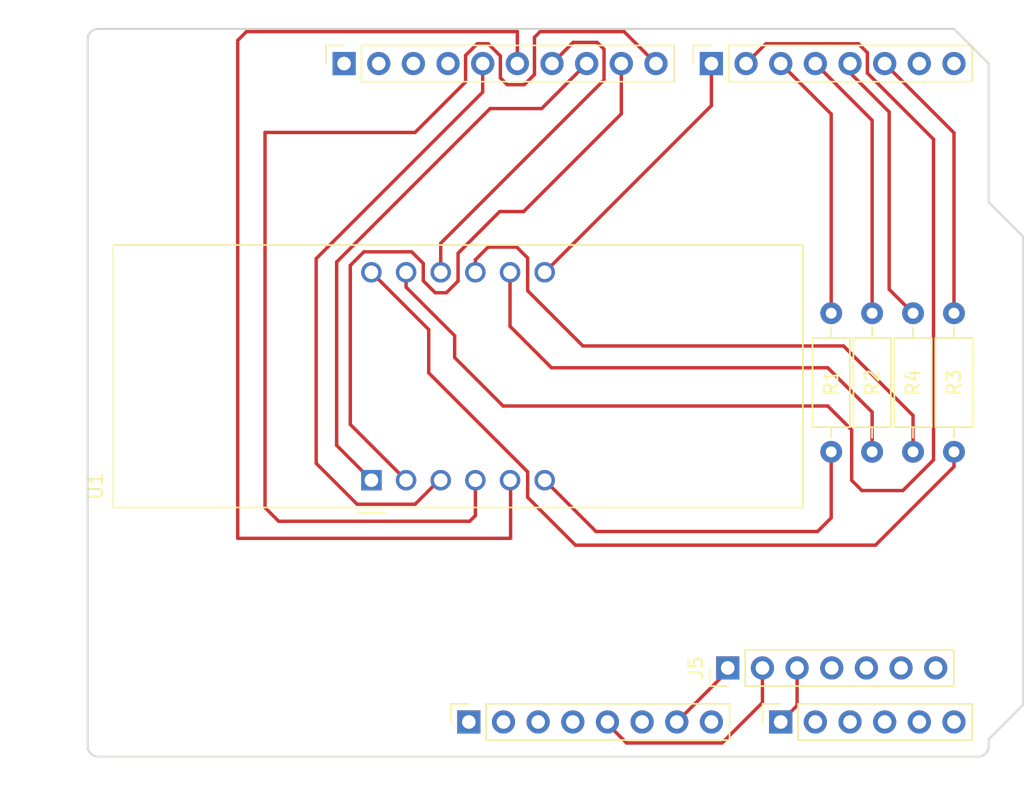
<source format=kicad_pcb>
(kicad_pcb (version 20240108) (generator "pcbnew") (generator_version "8.0")
  (title_block (date "mar. 31 mars 2015"))
  (layers (0 "F.Cu" signal) (31 "B.Cu" signal) (34 "B.Paste" user) (35 "F.Paste" user) (36 "B.SilkS" user "B.Silkscreen") (37 "F.SilkS" user "F.Silkscreen") (38 "B.Mask" user) (39 "F.Mask" user) (44 "Edge.Cuts" user))
  (net 0 "")
  (net 1 "GND")
  (net 3 "+5V")
  (net 4 "/IOREF")
  (net 5 "/A0")
  (net 6 "/A1")
  (net 7 "/A2")
  (net 8 "/A3")
  (net 9 "/SDA{slash}A4")
  (net 10 "/SCL{slash}A5")
  (net 11 "/13")
  (net 12 "/12")
  (net 13 "/AREF")
  (net 14 "/8")
  (net 15 "/7")
  (net 16 "/*11")
  (net 17 "/*10")
  (net 18 "/*9")
  (net 19 "/4")
  (net 20 "/2")
  (net 21 "/*6")
  (net 22 "/*5")
  (net 23 "/TX{slash}1")
  (net 24 "/*3")
  (net 25 "/RX{slash}0")
  (net 26 "+3V3")
  (net 27 "VCC")
  (net 28 "/~{RESET}")
  (net 33 "Net-(U1-CC1)")
  (net 34 "Net-(U1-CC3)")
  (net 35 "Net-(U1-CC2)")
  (net 36 "Net-(U1-CC4)")
  (footprint "Connector_PinSocket_2.54mm:PinSocket_1x08_P2.54mm_Vertical" (layer "F.Cu") (at 127.94 97.46 90)
    (property "Reference" "J1" (hide yes))
    (property "Value" "Power")
    (fp_line (start 1.33 -1.33) (end 1.33 0) (stroke (width 0.12)) (layer "F.SilkS"))
    (fp_line (start 0 -1.33) (end 1.33 -1.33) (stroke (width 0.12)) (layer "F.SilkS"))
    (fp_line (start 1.33 1.27) (end 1.33 19.11) (stroke (width 0.12)) (layer "F.SilkS"))
    (fp_line (start -1.33 1.27) (end 1.33 1.27) (stroke (width 0.12)) (layer "F.SilkS"))
    (fp_line (start -1.33 1.27) (end -1.33 19.11) (stroke (width 0.12)) (layer "F.SilkS"))
    (fp_line (start -1.33 19.11) (end 1.33 19.11) (stroke (width 0.12)) (layer "F.SilkS"))
    (pad "1" thru_hole rect (at 0 0 90) (size 1.7 1.7) (drill 1) (layers "*.Cu" "*.Mask"))
    (pad "2" thru_hole oval (at 0 2.54 90) (size 1.7 1.7) (drill 1) (layers "*.Cu" "*.Mask") (net 4 "/IOREF"))
    (pad "3" thru_hole oval (at 0 5.08 90) (size 1.7 1.7) (drill 1) (layers "*.Cu" "*.Mask") (net 28 "/~{RESET}"))
    (pad "4" thru_hole oval (at 0 7.62 90) (size 1.7 1.7) (drill 1) (layers "*.Cu" "*.Mask") (net 26 "+3V3"))
    (pad "5" thru_hole oval (at 0 10.16 90) (size 1.7 1.7) (drill 1) (layers "*.Cu" "*.Mask") (net 3 "+5V"))
    (pad "6" thru_hole oval (at 0 12.7 90) (size 1.7 1.7) (drill 1) (layers "*.Cu" "*.Mask") (net 1 "GND"))
    (pad "7" thru_hole oval (at 0 15.24 90) (size 1.7 1.7) (drill 1) (layers "*.Cu" "*.Mask") (net 1 "GND"))
    (pad "8" thru_hole oval (at 0 17.78 90) (size 1.7 1.7) (drill 1) (layers "*.Cu" "*.Mask") (net 27 "VCC"))
  )
  (footprint "Connector_PinSocket_2.54mm:PinSocket_1x06_P2.54mm_Vertical" (layer "F.Cu") (at 150.8 97.46 90)
    (property "Reference" "J3" (hide yes))
    (property "Value" "Analog")
    (fp_line (start 1.33 -1.33) (end 1.33 0) (stroke (width 0.12)) (layer "F.SilkS"))
    (fp_line (start 0 -1.33) (end 1.33 -1.33) (stroke (width 0.12)) (layer "F.SilkS"))
    (fp_line (start 1.33 1.27) (end 1.33 14.03) (stroke (width 0.12)) (layer "F.SilkS"))
    (fp_line (start -1.33 1.27) (end 1.33 1.27) (stroke (width 0.12)) (layer "F.SilkS"))
    (fp_line (start -1.33 1.27) (end -1.33 14.03) (stroke (width 0.12)) (layer "F.SilkS"))
    (fp_line (start -1.33 14.03) (end 1.33 14.03) (stroke (width 0.12)) (layer "F.SilkS"))
    (pad "1" thru_hole rect (at 0 0 90) (size 1.7 1.7) (drill 1) (layers "*.Cu" "*.Mask") (net 5 "/A0"))
    (pad "2" thru_hole oval (at 0 2.54 90) (size 1.7 1.7) (drill 1) (layers "*.Cu" "*.Mask") (net 6 "/A1"))
    (pad "3" thru_hole oval (at 0 5.08 90) (size 1.7 1.7) (drill 1) (layers "*.Cu" "*.Mask") (net 7 "/A2"))
    (pad "4" thru_hole oval (at 0 7.62 90) (size 1.7 1.7) (drill 1) (layers "*.Cu" "*.Mask") (net 8 "/A3"))
    (pad "5" thru_hole oval (at 0 10.16 90) (size 1.7 1.7) (drill 1) (layers "*.Cu" "*.Mask") (net 9 "/SDA{slash}A4"))
    (pad "6" thru_hole oval (at 0 12.7 90) (size 1.7 1.7) (drill 1) (layers "*.Cu" "*.Mask") (net 10 "/SCL{slash}A5"))
  )
  (footprint "Connector_PinSocket_2.54mm:PinSocket_1x10_P2.54mm_Vertical" (layer "F.Cu") (at 118.796 49.2 90)
    (property "Reference" "J2" (hide yes))
    (property "Value" "Digital/PWM")
    (fp_line (start 1.33 -1.33) (end 1.33 0) (stroke (width 0.12)) (layer "F.SilkS"))
    (fp_line (start 0 -1.33) (end 1.33 -1.33) (stroke (width 0.12)) (layer "F.SilkS"))
    (fp_line (start 1.33 1.27) (end 1.33 24.19) (stroke (width 0.12)) (layer "F.SilkS"))
    (fp_line (start -1.33 1.27) (end 1.33 1.27) (stroke (width 0.12)) (layer "F.SilkS"))
    (fp_line (start -1.33 1.27) (end -1.33 24.19) (stroke (width 0.12)) (layer "F.SilkS"))
    (fp_line (start -1.33 24.19) (end 1.33 24.19) (stroke (width 0.12)) (layer "F.SilkS"))
    (pad "1" thru_hole rect (at 0 0 90) (size 1.7 1.7) (drill 1) (layers "*.Cu" "*.Mask") (net 10 "/SCL{slash}A5"))
    (pad "2" thru_hole oval (at 0 2.54 90) (size 1.7 1.7) (drill 1) (layers "*.Cu" "*.Mask") (net 9 "/SDA{slash}A4"))
    (pad "3" thru_hole oval (at 0 5.08 90) (size 1.7 1.7) (drill 1) (layers "*.Cu" "*.Mask") (net 13 "/AREF"))
    (pad "4" thru_hole oval (at 0 7.62 90) (size 1.7 1.7) (drill 1) (layers "*.Cu" "*.Mask") (net 1 "GND"))
    (pad "5" thru_hole oval (at 0 10.16 90) (size 1.7 1.7) (drill 1) (layers "*.Cu" "*.Mask") (net 11 "/13"))
    (pad "6" thru_hole oval (at 0 12.7 90) (size 1.7 1.7) (drill 1) (layers "*.Cu" "*.Mask") (net 12 "/12"))
    (pad "7" thru_hole oval (at 0 15.24 90) (size 1.7 1.7) (drill 1) (layers "*.Cu" "*.Mask") (net 16 "/*11"))
    (pad "8" thru_hole oval (at 0 17.78 90) (size 1.7 1.7) (drill 1) (layers "*.Cu" "*.Mask") (net 17 "/*10"))
    (pad "9" thru_hole oval (at 0 20.32 90) (size 1.7 1.7) (drill 1) (layers "*.Cu" "*.Mask") (net 18 "/*9"))
    (pad "10" thru_hole oval (at 0 22.86 90) (size 1.7 1.7) (drill 1) (layers "*.Cu" "*.Mask") (net 14 "/8"))
  )
  (footprint "Connector_PinSocket_2.54mm:PinSocket_1x08_P2.54mm_Vertical" (layer "F.Cu") (at 145.72 49.2 90)
    (property "Reference" "J4" (hide yes))
    (property "Value" "Digital/PWM")
    (fp_line (start 1.33 -1.33) (end 1.33 0) (stroke (width 0.12)) (layer "F.SilkS"))
    (fp_line (start 0 -1.33) (end 1.33 -1.33) (stroke (width 0.12)) (layer "F.SilkS"))
    (fp_line (start 1.33 1.27) (end 1.33 19.11) (stroke (width 0.12)) (layer "F.SilkS"))
    (fp_line (start -1.33 1.27) (end 1.33 1.27) (stroke (width 0.12)) (layer "F.SilkS"))
    (fp_line (start -1.33 1.27) (end -1.33 19.11) (stroke (width 0.12)) (layer "F.SilkS"))
    (fp_line (start -1.33 19.11) (end 1.33 19.11) (stroke (width 0.12)) (layer "F.SilkS"))
    (pad "1" thru_hole rect (at 0 0 90) (size 1.7 1.7) (drill 1) (layers "*.Cu" "*.Mask") (net 15 "/7"))
    (pad "2" thru_hole oval (at 0 2.54 90) (size 1.7 1.7) (drill 1) (layers "*.Cu" "*.Mask") (net 21 "/*6"))
    (pad "3" thru_hole oval (at 0 5.08 90) (size 1.7 1.7) (drill 1) (layers "*.Cu" "*.Mask") (net 22 "/*5"))
    (pad "4" thru_hole oval (at 0 7.62 90) (size 1.7 1.7) (drill 1) (layers "*.Cu" "*.Mask") (net 19 "/4"))
    (pad "5" thru_hole oval (at 0 10.16 90) (size 1.7 1.7) (drill 1) (layers "*.Cu" "*.Mask") (net 24 "/*3"))
    (pad "6" thru_hole oval (at 0 12.7 90) (size 1.7 1.7) (drill 1) (layers "*.Cu" "*.Mask") (net 20 "/2"))
    (pad "7" thru_hole oval (at 0 15.24 90) (size 1.7 1.7) (drill 1) (layers "*.Cu" "*.Mask") (net 23 "/TX{slash}1"))
    (pad "8" thru_hole oval (at 0 17.78 90) (size 1.7 1.7) (drill 1) (layers "*.Cu" "*.Mask") (net 25 "/RX{slash}0"))
  )
  (footprint "Resistor_THT:R_Axial_DIN0207_L6.3mm_D2.5mm_P10.16mm_Horizontal" (layer "F.Cu") (at 154.5 67.5 -90)
    (property "Reference" "R1" (at 5.08 0 90) (layer "F.SilkS"))
    (property "Value" "R 330")
    (fp_line (start 1.81 1.37) (end 8.35 1.37) (stroke (width 0.12)) (layer "F.SilkS"))
    (fp_line (start 8.35 1.37) (end 8.35 -1.37) (stroke (width 0.12)) (layer "F.SilkS"))
    (fp_line (start 1.04 0) (end 1.81 0) (stroke (width 0.12)) (layer "F.SilkS"))
    (fp_line (start 9.12 0) (end 8.35 0) (stroke (width 0.12)) (layer "F.SilkS"))
    (fp_line (start 1.81 -1.37) (end 1.81 1.37) (stroke (width 0.12)) (layer "F.SilkS"))
    (fp_line (start 8.35 -1.37) (end 1.81 -1.37) (stroke (width 0.12)) (layer "F.SilkS"))
    (pad "1" thru_hole circle (at 0 0 270) (size 1.6 1.6) (drill 0.8) (layers "*.Cu" "*.Mask") (net 22 "/*5"))
    (pad "2" thru_hole oval (at 10.16 0 270) (size 1.6 1.6) (drill 0.8) (layers "*.Cu" "*.Mask") (net 36 "Net-(U1-CC4)"))
  )
  (footprint "Display_7Segment:CA56-12SEKWA" (layer "F.Cu") (at 120.8 79.74 90)
    (property "Reference" "U1" (at -0.45 -20.19 90) (layer "F.SilkS"))
    (property "Value" "CC56-12SEKWA")
    (fp_line (start -2 -18.92) (end 17.24 -18.92) (stroke (width 0.12)) (layer "F.SilkS"))
    (fp_line (start -2 -18.92) (end -2 31.62) (stroke (width 0.12)) (layer "F.SilkS"))
    (fp_line (start -2.38 -1) (end -2.38 1) (stroke (width 0.12)) (layer "F.SilkS"))
    (fp_line (start 17.24 31.62) (end 17.24 -18.92) (stroke (width 0.12)) (layer "F.SilkS"))
    (fp_line (start -2 31.62) (end 17.24 31.62) (stroke (width 0.12)) (layer "F.SilkS"))
    (pad "1" thru_hole rect (at 0 0 90) (size 1.5 1.5) (drill 1) (layers "*.Cu" "*.Mask") (net 17 "/*10"))
    (pad "2" thru_hole circle (at 0 2.54 90) (size 1.5 1.5) (drill 1) (layers "*.Cu" "*.Mask") (net 18 "/*9"))
    (pad "3" thru_hole circle (at 0 5.08 90) (size 1.5 1.5) (drill 1) (layers "*.Cu" "*.Mask") (net 11 "/13"))
    (pad "4" thru_hole circle (at 0 7.62 90) (size 1.5 1.5) (drill 1) (layers "*.Cu" "*.Mask") (net 14 "/8"))
    (pad "5" thru_hole circle (at 0 10.16 90) (size 1.5 1.5) (drill 1) (layers "*.Cu" "*.Mask") (net 12 "/12"))
    (pad "6" thru_hole circle (at 0 12.7 90) (size 1.5 1.5) (drill 1) (layers "*.Cu" "*.Mask") (net 36 "Net-(U1-CC4)"))
    (pad "7" thru_hole circle (at 15.24 12.7 90) (size 1.5 1.5) (drill 1) (layers "*.Cu" "*.Mask") (net 15 "/7"))
    (pad "8" thru_hole circle (at 15.24 10.16 90) (size 1.5 1.5) (drill 1) (layers "*.Cu" "*.Mask") (net 34 "Net-(U1-CC3)"))
    (pad "9" thru_hole circle (at 15.24 7.62 90) (size 1.5 1.5) (drill 1) (layers "*.Cu" "*.Mask") (net 35 "Net-(U1-CC2)"))
    (pad "10" thru_hole circle (at 15.24 5.08 90) (size 1.5 1.5) (drill 1) (layers "*.Cu" "*.Mask") (net 16 "/*11"))
    (pad "11" thru_hole circle (at 15.24 2.54 90) (size 1.5 1.5) (drill 1) (layers "*.Cu" "*.Mask") (net 21 "/*6"))
    (pad "12" thru_hole circle (at 15.24 0 90) (size 1.5 1.5) (drill 1) (layers "*.Cu" "*.Mask") (net 33 "Net-(U1-CC1)"))
  )
  (footprint "Arduino_MountingHole:MountingHole_3.2mm" (layer "F.Cu") (at 115.24 49.2)
    (property "Reference" "MH1" (hide yes))
    (property "Value" "MountingHole_3.2mm" (hide yes))
    (pad "" np_thru_hole circle (at 0 0) (size 3.2 3.2) (drill 3.2) (layers "*.Cu" "*.Mask"))
  )
  (footprint "Resistor_THT:R_Axial_DIN0207_L6.3mm_D2.5mm_P10.16mm_Horizontal" (layer "F.Cu") (at 160.5 67.5 -90)
    (property "Reference" "R4" (at 5.08 0 90) (layer "F.SilkS"))
    (property "Value" "R 330")
    (fp_line (start 1.81 1.37) (end 8.35 1.37) (stroke (width 0.12)) (layer "F.SilkS"))
    (fp_line (start 8.35 1.37) (end 8.35 -1.37) (stroke (width 0.12)) (layer "F.SilkS"))
    (fp_line (start 1.04 0) (end 1.81 0) (stroke (width 0.12)) (layer "F.SilkS"))
    (fp_line (start 9.12 0) (end 8.35 0) (stroke (width 0.12)) (layer "F.SilkS"))
    (fp_line (start 1.81 -1.37) (end 1.81 1.37) (stroke (width 0.12)) (layer "F.SilkS"))
    (fp_line (start 8.35 -1.37) (end 1.81 -1.37) (stroke (width 0.12)) (layer "F.SilkS"))
    (pad "1" thru_hole circle (at 0 0 270) (size 1.6 1.6) (drill 0.8) (layers "*.Cu" "*.Mask") (net 24 "/*3"))
    (pad "2" thru_hole oval (at 10.16 0 270) (size 1.6 1.6) (drill 0.8) (layers "*.Cu" "*.Mask") (net 35 "Net-(U1-CC2)"))
  )
  (footprint "Arduino_MountingHole:MountingHole_3.2mm" (layer "F.Cu") (at 113.97 97.46)
    (property "Reference" "MH2" (hide yes))
    (property "Value" "MountingHole_3.2mm" (hide yes))
    (pad "" np_thru_hole circle (at 0 0) (size 3.2 3.2) (drill 3.2) (layers "*.Cu" "*.Mask"))
  )
  (footprint "Arduino_MountingHole:MountingHole_3.2mm" (layer "F.Cu") (at 166.04 64.44)
    (property "Reference" "MH3" (hide yes))
    (property "Value" "MountingHole_3.2mm" (hide yes))
    (pad "" np_thru_hole circle (at 0 0) (size 3.2 3.2) (drill 3.2) (layers "*.Cu" "*.Mask"))
  )
  (footprint "Resistor_THT:R_Axial_DIN0207_L6.3mm_D2.5mm_P10.16mm_Horizontal" (layer "F.Cu") (at 157.5 67.5 -90)
    (property "Reference" "R2" (at 5.08 0 90) (layer "F.SilkS"))
    (property "Value" "R 330")
    (fp_line (start 1.81 1.37) (end 8.35 1.37) (stroke (width 0.12)) (layer "F.SilkS"))
    (fp_line (start 8.35 1.37) (end 8.35 -1.37) (stroke (width 0.12)) (layer "F.SilkS"))
    (fp_line (start 1.04 0) (end 1.81 0) (stroke (width 0.12)) (layer "F.SilkS"))
    (fp_line (start 9.12 0) (end 8.35 0) (stroke (width 0.12)) (layer "F.SilkS"))
    (fp_line (start 1.81 -1.37) (end 1.81 1.37) (stroke (width 0.12)) (layer "F.SilkS"))
    (fp_line (start 8.35 -1.37) (end 1.81 -1.37) (stroke (width 0.12)) (layer "F.SilkS"))
    (pad "1" thru_hole circle (at 0 0 270) (size 1.6 1.6) (drill 0.8) (layers "*.Cu" "*.Mask") (net 19 "/4"))
    (pad "2" thru_hole oval (at 10.16 0 270) (size 1.6 1.6) (drill 0.8) (layers "*.Cu" "*.Mask") (net 34 "Net-(U1-CC3)"))
  )
  (footprint "Arduino_MountingHole:MountingHole_3.2mm" (layer "F.Cu") (at 166.04 92.38)
    (property "Reference" "MH4" (hide yes))
    (property "Value" "MountingHole_3.2mm" (hide yes))
    (pad "" np_thru_hole circle (at 0 0) (size 3.2 3.2) (drill 3.2) (layers "*.Cu" "*.Mask"))
  )
  (footprint "Resistor_THT:R_Axial_DIN0207_L6.3mm_D2.5mm_P10.16mm_Horizontal" (layer "F.Cu") (at 163.5 67.5 -90)
    (property "Reference" "R3" (at 5.08 0 90) (layer "F.SilkS"))
    (property "Value" "R 330")
    (fp_line (start 1.81 1.37) (end 8.35 1.37) (stroke (width 0.12)) (layer "F.SilkS"))
    (fp_line (start 8.35 1.37) (end 8.35 -1.37) (stroke (width 0.12)) (layer "F.SilkS"))
    (fp_line (start 1.04 0) (end 1.81 0) (stroke (width 0.12)) (layer "F.SilkS"))
    (fp_line (start 9.12 0) (end 8.35 0) (stroke (width 0.12)) (layer "F.SilkS"))
    (fp_line (start 1.81 -1.37) (end 1.81 1.37) (stroke (width 0.12)) (layer "F.SilkS"))
    (fp_line (start 8.35 -1.37) (end 1.81 -1.37) (stroke (width 0.12)) (layer "F.SilkS"))
    (pad "1" thru_hole circle (at 0 0 270) (size 1.6 1.6) (drill 0.8) (layers "*.Cu" "*.Mask") (net 20 "/2"))
    (pad "2" thru_hole oval (at 10.16 0 270) (size 1.6 1.6) (drill 0.8) (layers "*.Cu" "*.Mask") (net 33 "Net-(U1-CC1)"))
  )
  (footprint "Connector_PinHeader_2.54mm:PinHeader_1x07_P2.54mm_Vertical" (layer "F.Cu") (at 146.92 93.5 90)
    (property "Reference" "J5" (at 0 -2.33 90) (layer "F.SilkS"))
    (property "Value" "Conn_01x07_Pin")
    (fp_line (start -1.33 -1.33) (end 0 -1.33) (stroke (width 0.12)) (layer "F.SilkS"))
    (fp_line (start -1.33 0) (end -1.33 -1.33) (stroke (width 0.12)) (layer "F.SilkS"))
    (fp_line (start 1.33 1.27) (end 1.33 16.57) (stroke (width 0.12)) (layer "F.SilkS"))
    (fp_line (start -1.33 1.27) (end 1.33 1.27) (stroke (width 0.12)) (layer "F.SilkS"))
    (fp_line (start -1.33 1.27) (end -1.33 16.57) (stroke (width 0.12)) (layer "F.SilkS"))
    (fp_line (start -1.33 16.57) (end 1.33 16.57) (stroke (width 0.12)) (layer "F.SilkS"))
    (pad "1" thru_hole rect (at 0 0 90) (size 1.7 1.7) (drill 1) (layers "*.Cu" "*.Mask") (net 1 "GND"))
    (pad "2" thru_hole oval (at 0 2.54 90) (size 1.7 1.7) (drill 1) (layers "*.Cu" "*.Mask") (net 3 "+5V"))
    (pad "3" thru_hole oval (at 0 5.08 90) (size 1.7 1.7) (drill 1) (layers "*.Cu" "*.Mask") (net 5 "/A0"))
    (pad "4" thru_hole oval (at 0 7.62 90) (size 1.7 1.7) (drill 1) (layers "*.Cu" "*.Mask"))
    (pad "5" thru_hole oval (at 0 10.16 90) (size 1.7 1.7) (drill 1) (layers "*.Cu" "*.Mask"))
    (pad "6" thru_hole oval (at 0 12.7 90) (size 1.7 1.7) (drill 1) (layers "*.Cu" "*.Mask"))
    (pad "7" thru_hole oval (at 0 15.24 90) (size 1.7 1.7) (drill 1) (layers "*.Cu" "*.Mask"))
  )
  (gr_line (start 166.04 59.36) (end 168.58 61.9) (stroke (width 0.15)) (layer "Edge.Cuts"))
  (gr_line (start 100 99.238) (end 100 47.422) (stroke (width 0.15)) (layer "Edge.Cuts"))
  (gr_line (start 168.58 61.9) (end 168.58 96.19) (stroke (width 0.15)) (layer "Edge.Cuts"))
  (gr_line (start 165.278 100) (end 100.762 100) (stroke (width 0.15)) (layer "Edge.Cuts"))
  (gr_line (start 100.762 46.66) (end 163.5 46.66) (stroke (width 0.15)) (layer "Edge.Cuts"))
  (gr_arc (start 100.762 100) (mid 100.223185 99.776815) (end 100 99.238) (stroke (width 0.15)) (layer "Edge.Cuts"))
  (gr_line (start 168.58 96.19) (end 166.04 98.73) (stroke (width 0.15)) (layer "Edge.Cuts"))
  (gr_line (start 163.5 46.66) (end 166.04 49.2) (stroke (width 0.15)) (layer "Edge.Cuts"))
  (gr_arc (start 166.04 99.238) (mid 165.816815 99.776815) (end 165.278 100) (stroke (width 0.15)) (layer "Edge.Cuts"))
  (gr_line (start 166.04 49.2) (end 166.04 59.36) (stroke (width 0.15)) (layer "Edge.Cuts"))
  (gr_line (start 166.04 98.73) (end 166.04 99.238) (stroke (width 0.15)) (layer "Edge.Cuts"))
  (gr_arc (start 100 47.422) (mid 100.223185 46.883185) (end 100.762 46.66) (stroke (width 0.15)) (layer "Edge.Cuts"))
  (segment (start 146.92 93.5) (end 147 93.5) (width 0.25) (layer "F.Cu") (net 1))
  (segment (start 147 93.5) (end 147 93.64) (width 0.25) (layer "F.Cu") (net 1))
  (segment (start 147 93.64) (end 143.18 97.46) (width 0.25) (layer "F.Cu") (net 1))
  (segment (start 138.1 97.46) (end 138.04 97.46) (width 0.25) (layer "F.Cu") (net 3))
  (segment (start 146.5 99) (end 149.46 96.04) (width 0.25) (layer "F.Cu") (net 3))
  (segment (start 138 97.5) (end 139.5 99) (width 0.25) (layer "F.Cu") (net 3))
  (segment (start 149.46 96.04) (end 149.46 93.5) (width 0.25) (layer "F.Cu") (net 3))
  (segment (start 138.04 97.46) (end 138 97.5) (width 0.25) (layer "F.Cu") (net 3))
  (segment (start 139.5 99) (end 146.5 99) (width 0.25) (layer "F.Cu") (net 3))
  (segment (start 152 96.26) (end 150.8 97.46) (width 0.25) (layer "F.Cu") (net 5))
  (segment (start 152 93.5) (end 152 96.26) (width 0.25) (layer "F.Cu") (net 5))
  (segment (start 125.88 79.62) (end 124 81.5) (width 0.25) (layer "F.Cu") (net 11))
  (segment (start 116.75 63.5) (end 128.956 51.294) (width 0.25) (layer "F.Cu") (net 11))
  (segment (start 125.88 79.74) (end 125.88 79.62) (width 0.25) (layer "F.Cu") (net 11))
  (segment (start 119.75 81.5) (end 116.75 78.5) (width 0.25) (layer "F.Cu") (net 11))
  (segment (start 124 81.5) (end 119.75 81.5) (width 0.25) (layer "F.Cu") (net 11))
  (segment (start 128.956 51.294) (end 128.956 49.2) (width 0.25) (layer "F.Cu") (net 11))
  (segment (start 116.75 78.5) (end 116.75 63.5) (width 0.25) (layer "F.Cu") (net 11))
  (segment (start 130.96 79.74) (end 130.96 79.54) (width 0.25) (layer "F.Cu") (net 12))
  (segment (start 131.496 46.864) (end 131.496 49.2) (width 0.25) (layer "F.Cu") (net 12))
  (segment (start 111 84) (end 111 47.5) (width 0.25) (layer "F.Cu") (net 12))
  (segment (start 131 79.5) (end 131 84) (width 0.25) (layer "F.Cu") (net 12))
  (segment (start 111 47.5) (end 111.64 46.86) (width 0.25) (layer "F.Cu") (net 12))
  (segment (start 130.96 79.54) (end 131 79.5) (width 0.25) (layer "F.Cu") (net 12))
  (segment (start 131.5 46.86) (end 131.496 46.864) (width 0.25) (layer "F.Cu") (net 12))
  (segment (start 111.64 46.86) (end 131.5 46.86) (width 0.25) (layer "F.Cu") (net 12))
  (segment (start 131 84) (end 111 84) (width 0.25) (layer "F.Cu") (net 12))
  (segment (start 113 54.25) (end 124 54.25) (width 0.25) (layer "F.Cu") (net 14))
  (segment (start 113 81.75) (end 113 54.25) (width 0.25) (layer "F.Cu") (net 14))
  (segment (start 128.42 82.33) (end 128 82.75) (width 0.25) (layer "F.Cu") (net 14))
  (segment (start 129.357701 47.75) (end 130.25 48.642299) (width 0.25) (layer "F.Cu") (net 14))
  (segment (start 139.316 46.86) (end 141.656 49.2) (width 0.25) (layer "F.Cu") (net 14))
  (segment (start 128 82.75) (end 114 82.75) (width 0.25) (layer "F.Cu") (net 14))
  (segment (start 130.25 50.25) (end 130.75 50.75) (width 0.25) (layer "F.Cu") (net 14))
  (segment (start 127.7 50.55) (end 127.7 48.604299) (width 0.25) (layer "F.Cu") (net 14))
  (segment (start 132 50.75) (end 132.75 50) (width 0.25) (layer "F.Cu") (net 14))
  (segment (start 130.25 48.642299) (end 130.25 50.25) (width 0.25) (layer "F.Cu") (net 14))
  (segment (start 114 82.75) (end 113 81.75) (width 0.25) (layer "F.Cu") (net 14))
  (segment (start 132.75 50) (end 132.75 47.277701) (width 0.25) (layer "F.Cu") (net 14))
  (segment (start 128.554299 47.75) (end 129.357701 47.75) (width 0.25) (layer "F.Cu") (net 14))
  (segment (start 130.75 50.75) (end 132 50.75) (width 0.25) (layer "F.Cu") (net 14))
  (segment (start 124 54.25) (end 127.7 50.55) (width 0.25) (layer "F.Cu") (net 14))
  (segment (start 133.167701 46.86) (end 139.316 46.86) (width 0.25) (layer "F.Cu") (net 14))
  (segment (start 127.7 48.604299) (end 128.554299 47.75) (width 0.25) (layer "F.Cu") (net 14))
  (segment (start 132.75 47.277701) (end 133.167701 46.86) (width 0.25) (layer "F.Cu") (net 14))
  (segment (start 128.42 79.74) (end 128.42 82.33) (width 0.25) (layer "F.Cu") (net 14))
  (segment (start 145.72 52.28) (end 145.72 49.2) (width 0.25) (layer "F.Cu") (net 15))
  (segment (start 133.5 64.5) (end 145.72 52.28) (width 0.25) (layer "F.Cu") (net 15))
  (segment (start 137.35 47.65) (end 135.586 47.65) (width 0.25) (layer "F.Cu") (net 16))
  (segment (start 137.85 50.4) (end 137.85 48.15) (width 0.25) (layer "F.Cu") (net 16))
  (segment (start 125.88 64.5) (end 125.88 62.37) (width 0.25) (layer "F.Cu") (net 16))
  (segment (start 135.586 47.65) (end 134.036 49.2) (width 0.25) (layer "F.Cu") (net 16))
  (segment (start 125.88 62.37) (end 137.85 50.4) (width 0.25) (layer "F.Cu") (net 16))
  (segment (start 137.85 48.15) (end 137.35 47.65) (width 0.25) (layer "F.Cu") (net 16))
  (segment (start 120.8 79.74) (end 120.74 79.74) (width 0.25) (layer "F.Cu") (net 17))
  (segment (start 129.5 52.5) (end 118.25 63.75) (width 0.25) (layer "F.Cu") (net 17))
  (segment (start 120.74 79.74) (end 120.5 79.5) (width 0.25) (layer "F.Cu") (net 17))
  (segment (start 118.25 77.19) (end 120.8 79.74) (width 0.25) (layer "F.Cu") (net 17))
  (segment (start 133.276 52.5) (end 129.5 52.5) (width 0.25) (layer "F.Cu") (net 17))
  (segment (start 118.25 63.75) (end 118.25 77.19) (width 0.25) (layer "F.Cu") (net 17))
  (segment (start 136.576 49.2) (end 133.276 52.5) (width 0.25) (layer "F.Cu") (net 17))
  (segment (start 123.75028 63) (end 120.25 63) (width 0.25) (layer "F.Cu") (net 18))
  (segment (start 131.95 60.05) (end 130.2 60.05) (width 0.25) (layer "F.Cu") (net 18))
  (segment (start 119.25 64) (end 119.25 75.65) (width 0.25) (layer "F.Cu") (net 18))
  (segment (start 130.2 60.05) (end 127.15 63.1) (width 0.25) (layer "F.Cu") (net 18))
  (segment (start 124.6 63.84972) (end 123.75028 63) (width 0.25) (layer "F.Cu") (net 18))
  (segment (start 139.116 49.2) (end 139.116 52.884) (width 0.25) (layer "F.Cu") (net 18))
  (segment (start 120.25 63) (end 119.25 64) (width 0.25) (layer "F.Cu") (net 18))
  (segment (start 127.15 65.14028) (end 126.29028 66) (width 0.25) (layer "F.Cu") (net 18))
  (segment (start 139.116 52.884) (end 131.95 60.05) (width 0.25) (layer "F.Cu") (net 18))
  (segment (start 124.6 65.123604) (end 124.6 63.84972) (width 0.25) (layer "F.Cu") (net 18))
  (segment (start 125.476396 66) (end 124.6 65.123604) (width 0.25) (layer "F.Cu") (net 18))
  (segment (start 126.29028 66) (end 125.476396 66) (width 0.25) (layer "F.Cu") (net 18))
  (segment (start 127.15 63.1) (end 127.15 65.14028) (width 0.25) (layer "F.Cu") (net 18))
  (segment (start 119.25 75.65) (end 123.34 79.74) (width 0.25) (layer "F.Cu") (net 18))
  (segment (start 153.34 49.2) (end 157.5 53.36) (width 0.25) (layer "F.Cu") (net 19))
  (segment (start 157.5 53.36) (end 157.5 67.5) (width 0.25) (layer "F.Cu") (net 19))
  (segment (start 163.5 54.28) (end 163.5 67.5) (width 0.25) (layer "F.Cu") (net 20))
  (segment (start 158.42 49.2) (end 163.5 54.28) (width 0.25) (layer "F.Cu") (net 20))
  (segment (start 123.34 65.59) (end 126.9 69.15) (width 0.25) (layer "F.Cu") (net 21))
  (segment (start 156 79.75) (end 156.75 80.5) (width 0.25) (layer "F.Cu") (net 21))
  (segment (start 159.75 80.5) (end 162 78.25) (width 0.25) (layer "F.Cu") (net 21))
  (segment (start 157.15 48.4) (end 156.5 47.75) (width 0.25) (layer "F.Cu") (net 21))
  (segment (start 162 78.25) (end 162 54.75) (width 0.25) (layer "F.Cu") (net 21))
  (segment (start 154.25 74.3) (end 156 76.05) (width 0.25) (layer "F.Cu") (net 21))
  (segment (start 157.15 49.9) (end 157.15 48.4) (width 0.25) (layer "F.Cu") (net 21))
  (segment (start 126.9 69.15) (end 126.9 70.75) (width 0.25) (layer "F.Cu") (net 21))
  (segment (start 156.5 47.75) (end 149.71 47.75) (width 0.25) (layer "F.Cu") (net 21))
  (segment (start 149.71 47.75) (end 148.26 49.2) (width 0.25) (layer "F.Cu") (net 21))
  (segment (start 156 76.05) (end 156 79.75) (width 0.25) (layer "F.Cu") (net 21))
  (segment (start 162 54.75) (end 157.15 49.9) (width 0.25) (layer "F.Cu") (net 21))
  (segment (start 123.34 64.5) (end 123.34 65.59) (width 0.25) (layer "F.Cu") (net 21))
  (segment (start 130.45 74.3) (end 154.25 74.3) (width 0.25) (layer "F.Cu") (net 21))
  (segment (start 126.9 70.75) (end 130.45 74.3) (width 0.25) (layer "F.Cu") (net 21))
  (segment (start 156.75 80.5) (end 159.75 80.5) (width 0.25) (layer "F.Cu") (net 21))
  (segment (start 154.95 67.5) (end 155 67.5) (width 0.25) (layer "F.Cu") (net 22))
  (segment (start 154.5 52.9) (end 150.8 49.2) (width 0.25) (layer "F.Cu") (net 22))
  (segment (start 154.5 67.5) (end 154.5 52.9) (width 0.25) (layer "F.Cu") (net 22))
  (segment (start 155.88 49.88) (end 158.75 52.75) (width 0.25) (layer "F.Cu") (net 24))
  (segment (start 158.75 65.75) (end 160.5 67.5) (width 0.25) (layer "F.Cu") (net 24))
  (segment (start 158.75 52.75) (end 158.75 65.75) (width 0.25) (layer "F.Cu") (net 24))
  (segment (start 155.88 49.2) (end 155.88 49.88) (width 0.25) (layer "F.Cu") (net 24))
  (segment (start 145.54 97.46) (end 145.5 97.5) (width 0.25) (layer "F.Cu") (net 27))
  (segment (start 145.72 97.46) (end 145.54 97.46) (width 0.25) (layer "F.Cu") (net 27))
  (segment (start 125 71.875) (end 125 68.7) (width 0.25) (layer "F.Cu") (net 33))
  (segment (start 163.5 77.66) (end 163.5 78.75) (width 0.25) (layer "F.Cu") (net 33))
  (segment (start 157.75 84.5) (end 135.75 84.5) (width 0.25) (layer "F.Cu") (net 33))
  (segment (start 135.75 84.5) (end 132.25 81) (width 0.25) (layer "F.Cu") (net 33))
  (segment (start 125 68.7) (end 120.8 64.5) (width 0.25) (layer "F.Cu") (net 33))
  (segment (start 132.25 81) (end 132.25 79.125) (width 0.25) (layer "F.Cu") (net 33))
  (segment (start 132.25 79.125) (end 125 71.875) (width 0.25) (layer "F.Cu") (net 33))
  (segment (start 163.5 78.75) (end 157.75 84.5) (width 0.25) (layer "F.Cu") (net 33))
  (segment (start 134 71.5) (end 154.25 71.5) (width 0.25) (layer "F.Cu") (net 34))
  (segment (start 154.25 71.5) (end 157.5 74.75) (width 0.25) (layer "F.Cu") (net 34))
  (segment (start 157.5 74.75) (end 157.5 77.66) (width 0.25) (layer "F.Cu") (net 34))
  (segment (start 130.96 68.46) (end 134 71.5) (width 0.25) (layer "F.Cu") (net 34))
  (segment (start 130.96 64.5) (end 130.96 68.46) (width 0.25) (layer "F.Cu") (net 34))
  (segment (start 132.25 63.45) (end 132.25 65.85) (width 0.25) (layer "F.Cu") (net 35))
  (segment (start 132.25 65.85) (end 136.3 69.9) (width 0.25) (layer "F.Cu") (net 35))
  (segment (start 128.42 63.58) (end 129.35 62.65) (width 0.25) (layer "F.Cu") (net 35))
  (segment (start 155.4 69.9) (end 160.5 75) (width 0.25) (layer "F.Cu") (net 35))
  (segment (start 128.42 64.5) (end 128.42 63.58) (width 0.25) (layer "F.Cu") (net 35))
  (segment (start 136.3 69.9) (end 155.4 69.9) (width 0.25) (layer "F.Cu") (net 35))
  (segment (start 131.45 62.65) (end 132.25 63.45) (width 0.25) (layer "F.Cu") (net 35))
  (segment (start 160.5 75) (end 160.5 77.66) (width 0.25) (layer "F.Cu") (net 35))
  (segment (start 129.35 62.65) (end 131.45 62.65) (width 0.25) (layer "F.Cu") (net 35))
  (segment (start 153.5 83.5) (end 154.5 82.5) (width 0.25) (layer "F.Cu") (net 36))
  (segment (start 133.5 79.74) (end 137.26 83.5) (width 0.25) (layer "F.Cu") (net 36))
  (segment (start 154.5 82.5) (end 154.5 77.66) (width 0.25) (layer "F.Cu") (net 36))
  (segment (start 137.26 83.5) (end 153.5 83.5) (width 0.25) (layer "F.Cu") (net 36))
)
</source>
